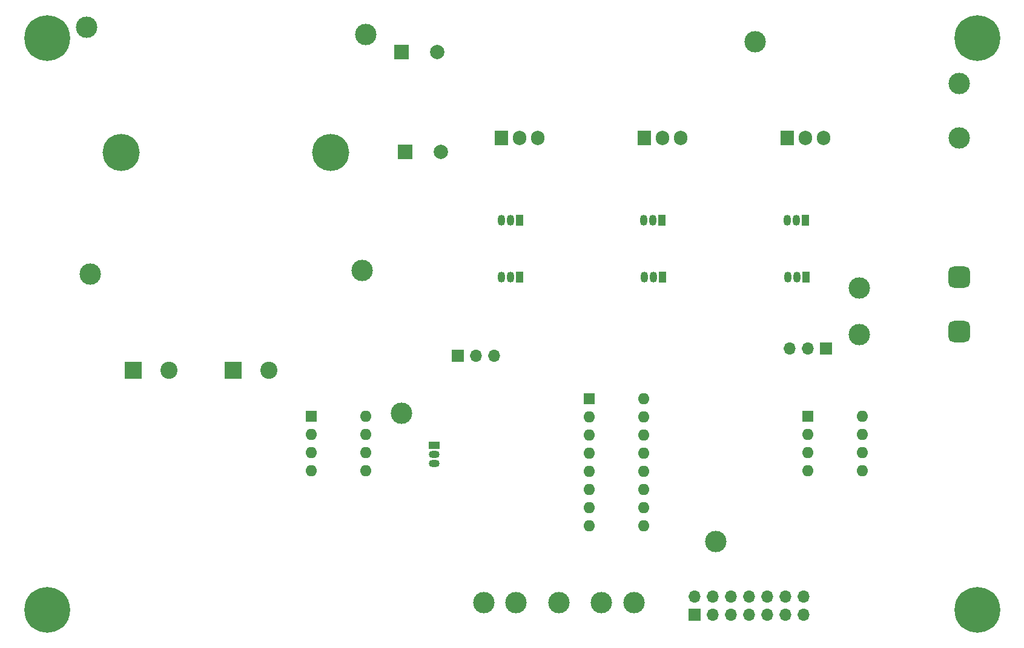
<source format=gbs>
%TF.GenerationSoftware,KiCad,Pcbnew,8.0.0*%
%TF.CreationDate,2024-04-03T13:41:32-04:00*%
%TF.ProjectId,SurgicalLightBoostConverterModule,53757267-6963-4616-9c4c-69676874426f,rev?*%
%TF.SameCoordinates,Original*%
%TF.FileFunction,Soldermask,Bot*%
%TF.FilePolarity,Negative*%
%FSLAX46Y46*%
G04 Gerber Fmt 4.6, Leading zero omitted, Abs format (unit mm)*
G04 Created by KiCad (PCBNEW 8.0.0) date 2024-04-03 13:41:32*
%MOMM*%
%LPD*%
G01*
G04 APERTURE LIST*
G04 Aperture macros list*
%AMRoundRect*
0 Rectangle with rounded corners*
0 $1 Rounding radius*
0 $2 $3 $4 $5 $6 $7 $8 $9 X,Y pos of 4 corners*
0 Add a 4 corners polygon primitive as box body*
4,1,4,$2,$3,$4,$5,$6,$7,$8,$9,$2,$3,0*
0 Add four circle primitives for the rounded corners*
1,1,$1+$1,$2,$3*
1,1,$1+$1,$4,$5*
1,1,$1+$1,$6,$7*
1,1,$1+$1,$8,$9*
0 Add four rect primitives between the rounded corners*
20,1,$1+$1,$2,$3,$4,$5,0*
20,1,$1+$1,$4,$5,$6,$7,0*
20,1,$1+$1,$6,$7,$8,$9,0*
20,1,$1+$1,$8,$9,$2,$3,0*%
G04 Aperture macros list end*
%ADD10R,1.600000X1.600000*%
%ADD11O,1.600000X1.600000*%
%ADD12R,1.050000X1.500000*%
%ADD13O,1.050000X1.500000*%
%ADD14C,3.000000*%
%ADD15R,2.400000X2.400000*%
%ADD16C,2.400000*%
%ADD17R,1.500000X1.050000*%
%ADD18O,1.500000X1.050000*%
%ADD19R,1.700000X1.700000*%
%ADD20O,1.700000X1.700000*%
%ADD21C,5.200000*%
%ADD22R,1.905000X2.000000*%
%ADD23O,1.905000X2.000000*%
%ADD24R,2.000000X2.000000*%
%ADD25C,2.000000*%
%ADD26C,3.600000*%
%ADD27C,6.400000*%
%ADD28RoundRect,0.750000X0.750000X-0.750000X0.750000X0.750000X-0.750000X0.750000X-0.750000X-0.750000X0*%
G04 APERTURE END LIST*
D10*
%TO.C,U1*%
X100735000Y-75500000D03*
D11*
X100735000Y-78040000D03*
X100735000Y-80580000D03*
X100735000Y-83120000D03*
X100735000Y-85660000D03*
X100735000Y-88200000D03*
X100735000Y-90740000D03*
X100735000Y-93280000D03*
X108355000Y-93280000D03*
X108355000Y-90740000D03*
X108355000Y-88200000D03*
X108355000Y-85660000D03*
X108355000Y-83120000D03*
X108355000Y-80580000D03*
X108355000Y-78040000D03*
X108355000Y-75500000D03*
%TD*%
D12*
%TO.C,Q1*%
X91000000Y-50500000D03*
D13*
X89730000Y-50500000D03*
X88460000Y-50500000D03*
%TD*%
D14*
%TO.C,TP6*%
X74500000Y-77500000D03*
%TD*%
D15*
%TO.C,C1*%
X37000000Y-71500000D03*
D16*
X42000000Y-71500000D03*
%TD*%
D14*
%TO.C,TP13*%
X138500000Y-66500000D03*
%TD*%
D12*
%TO.C,Q9*%
X131040000Y-58500000D03*
D13*
X129770000Y-58500000D03*
X128500000Y-58500000D03*
%TD*%
D17*
%TO.C,Q10*%
X79105000Y-81960000D03*
D18*
X79105000Y-83230000D03*
X79105000Y-84500000D03*
%TD*%
D19*
%TO.C,J1*%
X115500000Y-105740000D03*
D20*
X115500000Y-103200000D03*
X118040000Y-105740000D03*
X118040000Y-103200000D03*
X120580000Y-105740000D03*
X120580000Y-103200000D03*
X123120000Y-105740000D03*
X123120000Y-103200000D03*
X125660000Y-105740000D03*
X125660000Y-103200000D03*
X128200000Y-105740000D03*
X128200000Y-103200000D03*
X130740000Y-105740000D03*
X130740000Y-103200000D03*
%TD*%
D21*
%TO.C,L1*%
X35350000Y-41000000D03*
X64650000Y-41000000D03*
%TD*%
D22*
%TO.C,Q4*%
X88500000Y-39000000D03*
D23*
X91040000Y-39000000D03*
X93580000Y-39000000D03*
%TD*%
D14*
%TO.C,TP1*%
X30500000Y-23500000D03*
%TD*%
D22*
%TO.C,Q5*%
X108460000Y-39000000D03*
D23*
X111000000Y-39000000D03*
X113540000Y-39000000D03*
%TD*%
D12*
%TO.C,Q7*%
X91040000Y-58500000D03*
D13*
X89770000Y-58500000D03*
X88500000Y-58500000D03*
%TD*%
D10*
%TO.C,U2*%
X61880000Y-77960000D03*
D11*
X61880000Y-80500000D03*
X61880000Y-83040000D03*
X61880000Y-85580000D03*
X69500000Y-85580000D03*
X69500000Y-83040000D03*
X69500000Y-80500000D03*
X69500000Y-77960000D03*
%TD*%
D12*
%TO.C,Q2*%
X110960000Y-50500000D03*
D13*
X109690000Y-50500000D03*
X108420000Y-50500000D03*
%TD*%
D14*
%TO.C,TP12*%
X107000000Y-104000000D03*
%TD*%
%TO.C,TP8*%
X90500000Y-104000000D03*
%TD*%
%TO.C,TP3*%
X69000000Y-57500000D03*
%TD*%
D24*
%TO.C,C4*%
X75000000Y-40923959D03*
D25*
X80000000Y-40923959D03*
%TD*%
D12*
%TO.C,Q3*%
X131000000Y-50500000D03*
D13*
X129730000Y-50500000D03*
X128460000Y-50500000D03*
%TD*%
D14*
%TO.C,TP2*%
X69500000Y-24500000D03*
%TD*%
D26*
%TO.C,H3*%
X25000000Y-105000000D03*
D27*
X25000000Y-105000000D03*
%TD*%
D14*
%TO.C,TP4*%
X31000000Y-58000000D03*
%TD*%
D22*
%TO.C,Q6*%
X128460000Y-39000000D03*
D23*
X131000000Y-39000000D03*
X133540000Y-39000000D03*
%TD*%
D28*
%TO.C,F1*%
X152500000Y-66100000D03*
X152500000Y-58500000D03*
D14*
X152500000Y-39000000D03*
X152500000Y-31400000D03*
%TD*%
D12*
%TO.C,Q8*%
X111040000Y-58500000D03*
D13*
X109770000Y-58500000D03*
X108500000Y-58500000D03*
%TD*%
D26*
%TO.C,H1*%
X155000000Y-25000000D03*
D27*
X155000000Y-25000000D03*
%TD*%
D14*
%TO.C,TP5*%
X124000000Y-25500000D03*
%TD*%
%TO.C,TP10*%
X96500000Y-104000000D03*
%TD*%
%TO.C,TP7*%
X86000000Y-104000000D03*
%TD*%
D24*
%TO.C,C3*%
X74500000Y-26923959D03*
D25*
X79500000Y-26923959D03*
%TD*%
D26*
%TO.C,H2*%
X25000000Y-25000000D03*
D27*
X25000000Y-25000000D03*
%TD*%
D14*
%TO.C,TP11*%
X138500000Y-60000000D03*
%TD*%
%TO.C,TP14*%
X102500000Y-104000000D03*
%TD*%
D10*
%TO.C,U3*%
X131325000Y-77920000D03*
D11*
X131325000Y-80460000D03*
X131325000Y-83000000D03*
X131325000Y-85540000D03*
X138945000Y-85540000D03*
X138945000Y-83000000D03*
X138945000Y-80460000D03*
X138945000Y-77920000D03*
%TD*%
D26*
%TO.C,H4*%
X155000000Y-105000000D03*
D27*
X155000000Y-105000000D03*
%TD*%
D15*
%TO.C,C2*%
X51000000Y-71500000D03*
D16*
X56000000Y-71500000D03*
%TD*%
D14*
%TO.C,TP9*%
X118500000Y-95500000D03*
%TD*%
D19*
%TO.C,RV2*%
X133875000Y-68460000D03*
D20*
X131335000Y-68460000D03*
X128795000Y-68460000D03*
%TD*%
D19*
%TO.C,RV1*%
X82420000Y-69500000D03*
D20*
X84960000Y-69500000D03*
X87500000Y-69500000D03*
%TD*%
M02*

</source>
